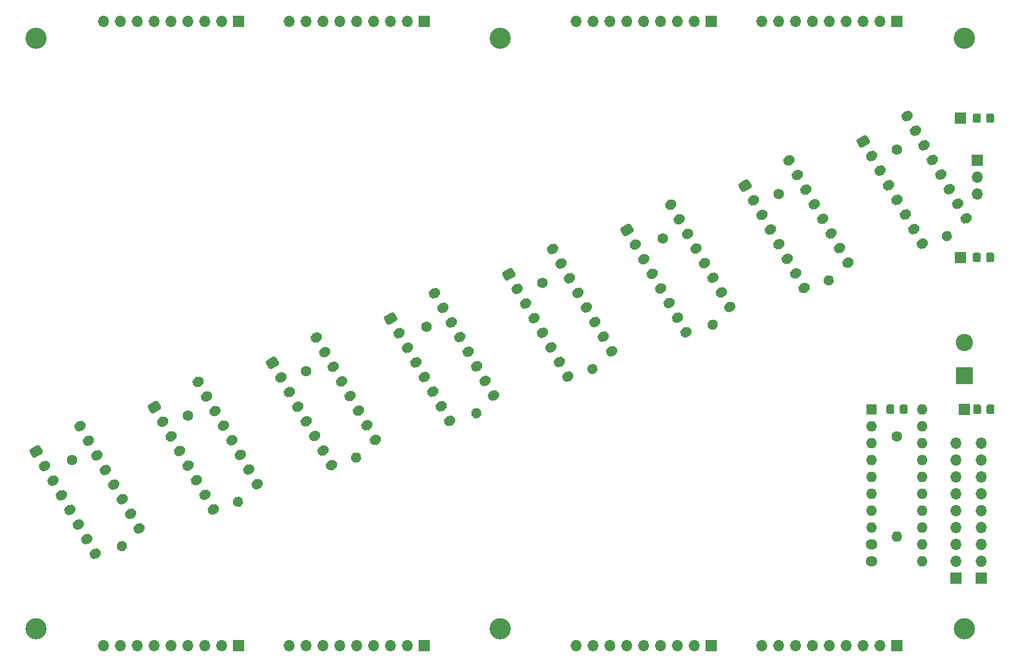
<source format=gbr>
%TF.GenerationSoftware,KiCad,Pcbnew,(5.1.8)-1*%
%TF.CreationDate,2024-01-21T21:17:12+03:00*%
%TF.ProjectId,MUX8x1-v5,4d555838-7831-42d7-9635-2e6b69636164,rev?*%
%TF.SameCoordinates,Original*%
%TF.FileFunction,Soldermask,Bot*%
%TF.FilePolarity,Negative*%
%FSLAX46Y46*%
G04 Gerber Fmt 4.6, Leading zero omitted, Abs format (unit mm)*
G04 Created by KiCad (PCBNEW (5.1.8)-1) date 2024-01-21 21:17:12*
%MOMM*%
%LPD*%
G01*
G04 APERTURE LIST*
%ADD10R,1.700000X1.700000*%
%ADD11O,1.700000X1.700000*%
%ADD12C,3.200000*%
%ADD13O,1.600000X1.600000*%
%ADD14O,1.800000X1.500000*%
%ADD15R,1.600000X1.600000*%
%ADD16C,2.600000*%
%ADD17R,2.600000X2.600000*%
%ADD18C,1.600000*%
G04 APERTURE END LIST*
D10*
%TO.C,J20*%
X172085000Y-68580000D03*
%TD*%
D11*
%TO.C,J11*%
X142240000Y-127000000D03*
X144780000Y-127000000D03*
X147320000Y-127000000D03*
X149860000Y-127000000D03*
X152400000Y-127000000D03*
X154940000Y-127000000D03*
X157480000Y-127000000D03*
X160020000Y-127000000D03*
D10*
X162560000Y-127000000D03*
%TD*%
D12*
%TO.C,H6*%
X172720000Y-124460000D03*
%TD*%
%TO.C,H5*%
X172720000Y-35560000D03*
%TD*%
D13*
%TO.C,U9*%
X166370000Y-91440000D03*
D14*
X158750000Y-114300000D03*
D13*
X166370000Y-93980000D03*
D14*
X158750000Y-111760000D03*
D13*
X166370000Y-96520000D03*
X158750000Y-109220000D03*
X166370000Y-99060000D03*
X158750000Y-106680000D03*
X166370000Y-101600000D03*
X158750000Y-104140000D03*
X166370000Y-104140000D03*
X158750000Y-101600000D03*
X166370000Y-106680000D03*
X158750000Y-99060000D03*
X166370000Y-109220000D03*
X158750000Y-96520000D03*
X166370000Y-111760000D03*
X158750000Y-93980000D03*
X166370000Y-114300000D03*
D15*
X158750000Y-91440000D03*
%TD*%
%TO.C,U8*%
G36*
G01*
X38839691Y-94430000D02*
X38839691Y-94430000D01*
G75*
G02*
X39114210Y-93405481I649519J375000D01*
G01*
X39374018Y-93255481D01*
G75*
G02*
X40398537Y-93530000I375000J-649519D01*
G01*
X40398537Y-93530000D01*
G75*
G02*
X40124018Y-94554519I-649519J-375000D01*
G01*
X39864210Y-94704519D01*
G75*
G02*
X38839691Y-94430000I-375000J649519D01*
G01*
G37*
G36*
G01*
X41130577Y-113637932D02*
X41130577Y-113637932D01*
G75*
G02*
X41405096Y-112613413I649519J375000D01*
G01*
X41664904Y-112463413D01*
G75*
G02*
X42689423Y-112737932I375000J-649519D01*
G01*
X42689423Y-112737932D01*
G75*
G02*
X42414904Y-113762451I-649519J-375000D01*
G01*
X42155096Y-113912451D01*
G75*
G02*
X41130577Y-113637932I-375000J649519D01*
G01*
G37*
G36*
G01*
X40109691Y-96629705D02*
X40109691Y-96629705D01*
G75*
G02*
X40384210Y-95605186I649519J375000D01*
G01*
X40644018Y-95455186D01*
G75*
G02*
X41668537Y-95729705I375000J-649519D01*
G01*
X41668537Y-95729705D01*
G75*
G02*
X41394018Y-96754224I-649519J-375000D01*
G01*
X41134210Y-96904224D01*
G75*
G02*
X40109691Y-96629705I-375000J649519D01*
G01*
G37*
G36*
G01*
X39860577Y-111438227D02*
X39860577Y-111438227D01*
G75*
G02*
X40135096Y-110413708I649519J375000D01*
G01*
X40394904Y-110263708D01*
G75*
G02*
X41419423Y-110538227I375000J-649519D01*
G01*
X41419423Y-110538227D01*
G75*
G02*
X41144904Y-111562746I-649519J-375000D01*
G01*
X40885096Y-111712746D01*
G75*
G02*
X39860577Y-111438227I-375000J649519D01*
G01*
G37*
G36*
G01*
X41379691Y-98829409D02*
X41379691Y-98829409D01*
G75*
G02*
X41654210Y-97804890I649519J375000D01*
G01*
X41914018Y-97654890D01*
G75*
G02*
X42938537Y-97929409I375000J-649519D01*
G01*
X42938537Y-97929409D01*
G75*
G02*
X42664018Y-98953928I-649519J-375000D01*
G01*
X42404210Y-99103928D01*
G75*
G02*
X41379691Y-98829409I-375000J649519D01*
G01*
G37*
G36*
G01*
X38590577Y-109238523D02*
X38590577Y-109238523D01*
G75*
G02*
X38865096Y-108214004I649519J375000D01*
G01*
X39124904Y-108064004D01*
G75*
G02*
X40149423Y-108338523I375000J-649519D01*
G01*
X40149423Y-108338523D01*
G75*
G02*
X39874904Y-109363042I-649519J-375000D01*
G01*
X39615096Y-109513042D01*
G75*
G02*
X38590577Y-109238523I-375000J649519D01*
G01*
G37*
G36*
G01*
X42649691Y-101029114D02*
X42649691Y-101029114D01*
G75*
G02*
X42924210Y-100004595I649519J375000D01*
G01*
X43184018Y-99854595D01*
G75*
G02*
X44208537Y-100129114I375000J-649519D01*
G01*
X44208537Y-100129114D01*
G75*
G02*
X43934018Y-101153633I-649519J-375000D01*
G01*
X43674210Y-101303633D01*
G75*
G02*
X42649691Y-101029114I-375000J649519D01*
G01*
G37*
G36*
G01*
X37320577Y-107038818D02*
X37320577Y-107038818D01*
G75*
G02*
X37595096Y-106014299I649519J375000D01*
G01*
X37854904Y-105864299D01*
G75*
G02*
X38879423Y-106138818I375000J-649519D01*
G01*
X38879423Y-106138818D01*
G75*
G02*
X38604904Y-107163337I-649519J-375000D01*
G01*
X38345096Y-107313337D01*
G75*
G02*
X37320577Y-107038818I-375000J649519D01*
G01*
G37*
G36*
G01*
X43919691Y-103228818D02*
X43919691Y-103228818D01*
G75*
G02*
X44194210Y-102204299I649519J375000D01*
G01*
X44454018Y-102054299D01*
G75*
G02*
X45478537Y-102328818I375000J-649519D01*
G01*
X45478537Y-102328818D01*
G75*
G02*
X45204018Y-103353337I-649519J-375000D01*
G01*
X44944210Y-103503337D01*
G75*
G02*
X43919691Y-103228818I-375000J649519D01*
G01*
G37*
G36*
G01*
X36050577Y-104839114D02*
X36050577Y-104839114D01*
G75*
G02*
X36325096Y-103814595I649519J375000D01*
G01*
X36584904Y-103664595D01*
G75*
G02*
X37609423Y-103939114I375000J-649519D01*
G01*
X37609423Y-103939114D01*
G75*
G02*
X37334904Y-104963633I-649519J-375000D01*
G01*
X37075096Y-105113633D01*
G75*
G02*
X36050577Y-104839114I-375000J649519D01*
G01*
G37*
G36*
G01*
X45189691Y-105428523D02*
X45189691Y-105428523D01*
G75*
G02*
X45464210Y-104404004I649519J375000D01*
G01*
X45724018Y-104254004D01*
G75*
G02*
X46748537Y-104528523I375000J-649519D01*
G01*
X46748537Y-104528523D01*
G75*
G02*
X46474018Y-105553042I-649519J-375000D01*
G01*
X46214210Y-105703042D01*
G75*
G02*
X45189691Y-105428523I-375000J649519D01*
G01*
G37*
G36*
G01*
X34780577Y-102639409D02*
X34780577Y-102639409D01*
G75*
G02*
X35055096Y-101614890I649519J375000D01*
G01*
X35314904Y-101464890D01*
G75*
G02*
X36339423Y-101739409I375000J-649519D01*
G01*
X36339423Y-101739409D01*
G75*
G02*
X36064904Y-102763928I-649519J-375000D01*
G01*
X35805096Y-102913928D01*
G75*
G02*
X34780577Y-102639409I-375000J649519D01*
G01*
G37*
G36*
G01*
X46459691Y-107628227D02*
X46459691Y-107628227D01*
G75*
G02*
X46734210Y-106603708I649519J375000D01*
G01*
X46994018Y-106453708D01*
G75*
G02*
X48018537Y-106728227I375000J-649519D01*
G01*
X48018537Y-106728227D01*
G75*
G02*
X47744018Y-107752746I-649519J-375000D01*
G01*
X47484210Y-107902746D01*
G75*
G02*
X46459691Y-107628227I-375000J649519D01*
G01*
G37*
G36*
G01*
X33510577Y-100439705D02*
X33510577Y-100439705D01*
G75*
G02*
X33785096Y-99415186I649519J375000D01*
G01*
X34044904Y-99265186D01*
G75*
G02*
X35069423Y-99539705I375000J-649519D01*
G01*
X35069423Y-99539705D01*
G75*
G02*
X34794904Y-100564224I-649519J-375000D01*
G01*
X34535096Y-100714224D01*
G75*
G02*
X33510577Y-100439705I-375000J649519D01*
G01*
G37*
G36*
G01*
X47729691Y-109827932D02*
X47729691Y-109827932D01*
G75*
G02*
X48004210Y-108803413I649519J375000D01*
G01*
X48264018Y-108653413D01*
G75*
G02*
X49288537Y-108927932I375000J-649519D01*
G01*
X49288537Y-108927932D01*
G75*
G02*
X49014018Y-109952451I-649519J-375000D01*
G01*
X48754210Y-110102451D01*
G75*
G02*
X47729691Y-109827932I-375000J649519D01*
G01*
G37*
G36*
G01*
X32428077Y-98564760D02*
X32053077Y-97915240D01*
G75*
G02*
X32190337Y-97402980I324760J187500D01*
G01*
X33099663Y-96877980D01*
G75*
G02*
X33611923Y-97015240I187500J-324760D01*
G01*
X33986923Y-97664760D01*
G75*
G02*
X33849663Y-98177020I-324760J-187500D01*
G01*
X32940337Y-98702020D01*
G75*
G02*
X32428077Y-98564760I-187500J324760D01*
G01*
G37*
%TD*%
%TO.C,U7*%
G36*
G01*
X56619691Y-87762500D02*
X56619691Y-87762500D01*
G75*
G02*
X56894210Y-86737981I649519J375000D01*
G01*
X57154018Y-86587981D01*
G75*
G02*
X58178537Y-86862500I375000J-649519D01*
G01*
X58178537Y-86862500D01*
G75*
G02*
X57904018Y-87887019I-649519J-375000D01*
G01*
X57644210Y-88037019D01*
G75*
G02*
X56619691Y-87762500I-375000J649519D01*
G01*
G37*
G36*
G01*
X58910577Y-106970432D02*
X58910577Y-106970432D01*
G75*
G02*
X59185096Y-105945913I649519J375000D01*
G01*
X59444904Y-105795913D01*
G75*
G02*
X60469423Y-106070432I375000J-649519D01*
G01*
X60469423Y-106070432D01*
G75*
G02*
X60194904Y-107094951I-649519J-375000D01*
G01*
X59935096Y-107244951D01*
G75*
G02*
X58910577Y-106970432I-375000J649519D01*
G01*
G37*
G36*
G01*
X57889691Y-89962205D02*
X57889691Y-89962205D01*
G75*
G02*
X58164210Y-88937686I649519J375000D01*
G01*
X58424018Y-88787686D01*
G75*
G02*
X59448537Y-89062205I375000J-649519D01*
G01*
X59448537Y-89062205D01*
G75*
G02*
X59174018Y-90086724I-649519J-375000D01*
G01*
X58914210Y-90236724D01*
G75*
G02*
X57889691Y-89962205I-375000J649519D01*
G01*
G37*
G36*
G01*
X57640577Y-104770727D02*
X57640577Y-104770727D01*
G75*
G02*
X57915096Y-103746208I649519J375000D01*
G01*
X58174904Y-103596208D01*
G75*
G02*
X59199423Y-103870727I375000J-649519D01*
G01*
X59199423Y-103870727D01*
G75*
G02*
X58924904Y-104895246I-649519J-375000D01*
G01*
X58665096Y-105045246D01*
G75*
G02*
X57640577Y-104770727I-375000J649519D01*
G01*
G37*
G36*
G01*
X59159691Y-92161909D02*
X59159691Y-92161909D01*
G75*
G02*
X59434210Y-91137390I649519J375000D01*
G01*
X59694018Y-90987390D01*
G75*
G02*
X60718537Y-91261909I375000J-649519D01*
G01*
X60718537Y-91261909D01*
G75*
G02*
X60444018Y-92286428I-649519J-375000D01*
G01*
X60184210Y-92436428D01*
G75*
G02*
X59159691Y-92161909I-375000J649519D01*
G01*
G37*
G36*
G01*
X56370577Y-102571023D02*
X56370577Y-102571023D01*
G75*
G02*
X56645096Y-101546504I649519J375000D01*
G01*
X56904904Y-101396504D01*
G75*
G02*
X57929423Y-101671023I375000J-649519D01*
G01*
X57929423Y-101671023D01*
G75*
G02*
X57654904Y-102695542I-649519J-375000D01*
G01*
X57395096Y-102845542D01*
G75*
G02*
X56370577Y-102571023I-375000J649519D01*
G01*
G37*
G36*
G01*
X60429691Y-94361614D02*
X60429691Y-94361614D01*
G75*
G02*
X60704210Y-93337095I649519J375000D01*
G01*
X60964018Y-93187095D01*
G75*
G02*
X61988537Y-93461614I375000J-649519D01*
G01*
X61988537Y-93461614D01*
G75*
G02*
X61714018Y-94486133I-649519J-375000D01*
G01*
X61454210Y-94636133D01*
G75*
G02*
X60429691Y-94361614I-375000J649519D01*
G01*
G37*
G36*
G01*
X55100577Y-100371318D02*
X55100577Y-100371318D01*
G75*
G02*
X55375096Y-99346799I649519J375000D01*
G01*
X55634904Y-99196799D01*
G75*
G02*
X56659423Y-99471318I375000J-649519D01*
G01*
X56659423Y-99471318D01*
G75*
G02*
X56384904Y-100495837I-649519J-375000D01*
G01*
X56125096Y-100645837D01*
G75*
G02*
X55100577Y-100371318I-375000J649519D01*
G01*
G37*
G36*
G01*
X61699691Y-96561318D02*
X61699691Y-96561318D01*
G75*
G02*
X61974210Y-95536799I649519J375000D01*
G01*
X62234018Y-95386799D01*
G75*
G02*
X63258537Y-95661318I375000J-649519D01*
G01*
X63258537Y-95661318D01*
G75*
G02*
X62984018Y-96685837I-649519J-375000D01*
G01*
X62724210Y-96835837D01*
G75*
G02*
X61699691Y-96561318I-375000J649519D01*
G01*
G37*
G36*
G01*
X53830577Y-98171614D02*
X53830577Y-98171614D01*
G75*
G02*
X54105096Y-97147095I649519J375000D01*
G01*
X54364904Y-96997095D01*
G75*
G02*
X55389423Y-97271614I375000J-649519D01*
G01*
X55389423Y-97271614D01*
G75*
G02*
X55114904Y-98296133I-649519J-375000D01*
G01*
X54855096Y-98446133D01*
G75*
G02*
X53830577Y-98171614I-375000J649519D01*
G01*
G37*
G36*
G01*
X62969691Y-98761023D02*
X62969691Y-98761023D01*
G75*
G02*
X63244210Y-97736504I649519J375000D01*
G01*
X63504018Y-97586504D01*
G75*
G02*
X64528537Y-97861023I375000J-649519D01*
G01*
X64528537Y-97861023D01*
G75*
G02*
X64254018Y-98885542I-649519J-375000D01*
G01*
X63994210Y-99035542D01*
G75*
G02*
X62969691Y-98761023I-375000J649519D01*
G01*
G37*
G36*
G01*
X52560577Y-95971909D02*
X52560577Y-95971909D01*
G75*
G02*
X52835096Y-94947390I649519J375000D01*
G01*
X53094904Y-94797390D01*
G75*
G02*
X54119423Y-95071909I375000J-649519D01*
G01*
X54119423Y-95071909D01*
G75*
G02*
X53844904Y-96096428I-649519J-375000D01*
G01*
X53585096Y-96246428D01*
G75*
G02*
X52560577Y-95971909I-375000J649519D01*
G01*
G37*
G36*
G01*
X64239691Y-100960727D02*
X64239691Y-100960727D01*
G75*
G02*
X64514210Y-99936208I649519J375000D01*
G01*
X64774018Y-99786208D01*
G75*
G02*
X65798537Y-100060727I375000J-649519D01*
G01*
X65798537Y-100060727D01*
G75*
G02*
X65524018Y-101085246I-649519J-375000D01*
G01*
X65264210Y-101235246D01*
G75*
G02*
X64239691Y-100960727I-375000J649519D01*
G01*
G37*
G36*
G01*
X51290577Y-93772205D02*
X51290577Y-93772205D01*
G75*
G02*
X51565096Y-92747686I649519J375000D01*
G01*
X51824904Y-92597686D01*
G75*
G02*
X52849423Y-92872205I375000J-649519D01*
G01*
X52849423Y-92872205D01*
G75*
G02*
X52574904Y-93896724I-649519J-375000D01*
G01*
X52315096Y-94046724D01*
G75*
G02*
X51290577Y-93772205I-375000J649519D01*
G01*
G37*
G36*
G01*
X65509691Y-103160432D02*
X65509691Y-103160432D01*
G75*
G02*
X65784210Y-102135913I649519J375000D01*
G01*
X66044018Y-101985913D01*
G75*
G02*
X67068537Y-102260432I375000J-649519D01*
G01*
X67068537Y-102260432D01*
G75*
G02*
X66794018Y-103284951I-649519J-375000D01*
G01*
X66534210Y-103434951D01*
G75*
G02*
X65509691Y-103160432I-375000J649519D01*
G01*
G37*
G36*
G01*
X50208077Y-91897260D02*
X49833077Y-91247740D01*
G75*
G02*
X49970337Y-90735480I324760J187500D01*
G01*
X50879663Y-90210480D01*
G75*
G02*
X51391923Y-90347740I187500J-324760D01*
G01*
X51766923Y-90997260D01*
G75*
G02*
X51629663Y-91509520I-324760J-187500D01*
G01*
X50720337Y-92034520D01*
G75*
G02*
X50208077Y-91897260I-187500J324760D01*
G01*
G37*
%TD*%
%TO.C,U6*%
G36*
G01*
X74399691Y-81095000D02*
X74399691Y-81095000D01*
G75*
G02*
X74674210Y-80070481I649519J375000D01*
G01*
X74934018Y-79920481D01*
G75*
G02*
X75958537Y-80195000I375000J-649519D01*
G01*
X75958537Y-80195000D01*
G75*
G02*
X75684018Y-81219519I-649519J-375000D01*
G01*
X75424210Y-81369519D01*
G75*
G02*
X74399691Y-81095000I-375000J649519D01*
G01*
G37*
G36*
G01*
X76690577Y-100302932D02*
X76690577Y-100302932D01*
G75*
G02*
X76965096Y-99278413I649519J375000D01*
G01*
X77224904Y-99128413D01*
G75*
G02*
X78249423Y-99402932I375000J-649519D01*
G01*
X78249423Y-99402932D01*
G75*
G02*
X77974904Y-100427451I-649519J-375000D01*
G01*
X77715096Y-100577451D01*
G75*
G02*
X76690577Y-100302932I-375000J649519D01*
G01*
G37*
G36*
G01*
X75669691Y-83294705D02*
X75669691Y-83294705D01*
G75*
G02*
X75944210Y-82270186I649519J375000D01*
G01*
X76204018Y-82120186D01*
G75*
G02*
X77228537Y-82394705I375000J-649519D01*
G01*
X77228537Y-82394705D01*
G75*
G02*
X76954018Y-83419224I-649519J-375000D01*
G01*
X76694210Y-83569224D01*
G75*
G02*
X75669691Y-83294705I-375000J649519D01*
G01*
G37*
G36*
G01*
X75420577Y-98103227D02*
X75420577Y-98103227D01*
G75*
G02*
X75695096Y-97078708I649519J375000D01*
G01*
X75954904Y-96928708D01*
G75*
G02*
X76979423Y-97203227I375000J-649519D01*
G01*
X76979423Y-97203227D01*
G75*
G02*
X76704904Y-98227746I-649519J-375000D01*
G01*
X76445096Y-98377746D01*
G75*
G02*
X75420577Y-98103227I-375000J649519D01*
G01*
G37*
G36*
G01*
X76939691Y-85494409D02*
X76939691Y-85494409D01*
G75*
G02*
X77214210Y-84469890I649519J375000D01*
G01*
X77474018Y-84319890D01*
G75*
G02*
X78498537Y-84594409I375000J-649519D01*
G01*
X78498537Y-84594409D01*
G75*
G02*
X78224018Y-85618928I-649519J-375000D01*
G01*
X77964210Y-85768928D01*
G75*
G02*
X76939691Y-85494409I-375000J649519D01*
G01*
G37*
G36*
G01*
X74150577Y-95903523D02*
X74150577Y-95903523D01*
G75*
G02*
X74425096Y-94879004I649519J375000D01*
G01*
X74684904Y-94729004D01*
G75*
G02*
X75709423Y-95003523I375000J-649519D01*
G01*
X75709423Y-95003523D01*
G75*
G02*
X75434904Y-96028042I-649519J-375000D01*
G01*
X75175096Y-96178042D01*
G75*
G02*
X74150577Y-95903523I-375000J649519D01*
G01*
G37*
G36*
G01*
X78209691Y-87694114D02*
X78209691Y-87694114D01*
G75*
G02*
X78484210Y-86669595I649519J375000D01*
G01*
X78744018Y-86519595D01*
G75*
G02*
X79768537Y-86794114I375000J-649519D01*
G01*
X79768537Y-86794114D01*
G75*
G02*
X79494018Y-87818633I-649519J-375000D01*
G01*
X79234210Y-87968633D01*
G75*
G02*
X78209691Y-87694114I-375000J649519D01*
G01*
G37*
G36*
G01*
X72880577Y-93703818D02*
X72880577Y-93703818D01*
G75*
G02*
X73155096Y-92679299I649519J375000D01*
G01*
X73414904Y-92529299D01*
G75*
G02*
X74439423Y-92803818I375000J-649519D01*
G01*
X74439423Y-92803818D01*
G75*
G02*
X74164904Y-93828337I-649519J-375000D01*
G01*
X73905096Y-93978337D01*
G75*
G02*
X72880577Y-93703818I-375000J649519D01*
G01*
G37*
G36*
G01*
X79479691Y-89893818D02*
X79479691Y-89893818D01*
G75*
G02*
X79754210Y-88869299I649519J375000D01*
G01*
X80014018Y-88719299D01*
G75*
G02*
X81038537Y-88993818I375000J-649519D01*
G01*
X81038537Y-88993818D01*
G75*
G02*
X80764018Y-90018337I-649519J-375000D01*
G01*
X80504210Y-90168337D01*
G75*
G02*
X79479691Y-89893818I-375000J649519D01*
G01*
G37*
G36*
G01*
X71610577Y-91504114D02*
X71610577Y-91504114D01*
G75*
G02*
X71885096Y-90479595I649519J375000D01*
G01*
X72144904Y-90329595D01*
G75*
G02*
X73169423Y-90604114I375000J-649519D01*
G01*
X73169423Y-90604114D01*
G75*
G02*
X72894904Y-91628633I-649519J-375000D01*
G01*
X72635096Y-91778633D01*
G75*
G02*
X71610577Y-91504114I-375000J649519D01*
G01*
G37*
G36*
G01*
X80749691Y-92093523D02*
X80749691Y-92093523D01*
G75*
G02*
X81024210Y-91069004I649519J375000D01*
G01*
X81284018Y-90919004D01*
G75*
G02*
X82308537Y-91193523I375000J-649519D01*
G01*
X82308537Y-91193523D01*
G75*
G02*
X82034018Y-92218042I-649519J-375000D01*
G01*
X81774210Y-92368042D01*
G75*
G02*
X80749691Y-92093523I-375000J649519D01*
G01*
G37*
G36*
G01*
X70340577Y-89304409D02*
X70340577Y-89304409D01*
G75*
G02*
X70615096Y-88279890I649519J375000D01*
G01*
X70874904Y-88129890D01*
G75*
G02*
X71899423Y-88404409I375000J-649519D01*
G01*
X71899423Y-88404409D01*
G75*
G02*
X71624904Y-89428928I-649519J-375000D01*
G01*
X71365096Y-89578928D01*
G75*
G02*
X70340577Y-89304409I-375000J649519D01*
G01*
G37*
G36*
G01*
X82019691Y-94293227D02*
X82019691Y-94293227D01*
G75*
G02*
X82294210Y-93268708I649519J375000D01*
G01*
X82554018Y-93118708D01*
G75*
G02*
X83578537Y-93393227I375000J-649519D01*
G01*
X83578537Y-93393227D01*
G75*
G02*
X83304018Y-94417746I-649519J-375000D01*
G01*
X83044210Y-94567746D01*
G75*
G02*
X82019691Y-94293227I-375000J649519D01*
G01*
G37*
G36*
G01*
X69070577Y-87104705D02*
X69070577Y-87104705D01*
G75*
G02*
X69345096Y-86080186I649519J375000D01*
G01*
X69604904Y-85930186D01*
G75*
G02*
X70629423Y-86204705I375000J-649519D01*
G01*
X70629423Y-86204705D01*
G75*
G02*
X70354904Y-87229224I-649519J-375000D01*
G01*
X70095096Y-87379224D01*
G75*
G02*
X69070577Y-87104705I-375000J649519D01*
G01*
G37*
G36*
G01*
X83289691Y-96492932D02*
X83289691Y-96492932D01*
G75*
G02*
X83564210Y-95468413I649519J375000D01*
G01*
X83824018Y-95318413D01*
G75*
G02*
X84848537Y-95592932I375000J-649519D01*
G01*
X84848537Y-95592932D01*
G75*
G02*
X84574018Y-96617451I-649519J-375000D01*
G01*
X84314210Y-96767451D01*
G75*
G02*
X83289691Y-96492932I-375000J649519D01*
G01*
G37*
G36*
G01*
X67988077Y-85229760D02*
X67613077Y-84580240D01*
G75*
G02*
X67750337Y-84067980I324760J187500D01*
G01*
X68659663Y-83542980D01*
G75*
G02*
X69171923Y-83680240I187500J-324760D01*
G01*
X69546923Y-84329760D01*
G75*
G02*
X69409663Y-84842020I-324760J-187500D01*
G01*
X68500337Y-85367020D01*
G75*
G02*
X67988077Y-85229760I-187500J324760D01*
G01*
G37*
%TD*%
%TO.C,U5*%
G36*
G01*
X92179691Y-74427500D02*
X92179691Y-74427500D01*
G75*
G02*
X92454210Y-73402981I649519J375000D01*
G01*
X92714018Y-73252981D01*
G75*
G02*
X93738537Y-73527500I375000J-649519D01*
G01*
X93738537Y-73527500D01*
G75*
G02*
X93464018Y-74552019I-649519J-375000D01*
G01*
X93204210Y-74702019D01*
G75*
G02*
X92179691Y-74427500I-375000J649519D01*
G01*
G37*
G36*
G01*
X94470577Y-93635432D02*
X94470577Y-93635432D01*
G75*
G02*
X94745096Y-92610913I649519J375000D01*
G01*
X95004904Y-92460913D01*
G75*
G02*
X96029423Y-92735432I375000J-649519D01*
G01*
X96029423Y-92735432D01*
G75*
G02*
X95754904Y-93759951I-649519J-375000D01*
G01*
X95495096Y-93909951D01*
G75*
G02*
X94470577Y-93635432I-375000J649519D01*
G01*
G37*
G36*
G01*
X93449691Y-76627205D02*
X93449691Y-76627205D01*
G75*
G02*
X93724210Y-75602686I649519J375000D01*
G01*
X93984018Y-75452686D01*
G75*
G02*
X95008537Y-75727205I375000J-649519D01*
G01*
X95008537Y-75727205D01*
G75*
G02*
X94734018Y-76751724I-649519J-375000D01*
G01*
X94474210Y-76901724D01*
G75*
G02*
X93449691Y-76627205I-375000J649519D01*
G01*
G37*
G36*
G01*
X93200577Y-91435727D02*
X93200577Y-91435727D01*
G75*
G02*
X93475096Y-90411208I649519J375000D01*
G01*
X93734904Y-90261208D01*
G75*
G02*
X94759423Y-90535727I375000J-649519D01*
G01*
X94759423Y-90535727D01*
G75*
G02*
X94484904Y-91560246I-649519J-375000D01*
G01*
X94225096Y-91710246D01*
G75*
G02*
X93200577Y-91435727I-375000J649519D01*
G01*
G37*
G36*
G01*
X94719691Y-78826909D02*
X94719691Y-78826909D01*
G75*
G02*
X94994210Y-77802390I649519J375000D01*
G01*
X95254018Y-77652390D01*
G75*
G02*
X96278537Y-77926909I375000J-649519D01*
G01*
X96278537Y-77926909D01*
G75*
G02*
X96004018Y-78951428I-649519J-375000D01*
G01*
X95744210Y-79101428D01*
G75*
G02*
X94719691Y-78826909I-375000J649519D01*
G01*
G37*
G36*
G01*
X91930577Y-89236023D02*
X91930577Y-89236023D01*
G75*
G02*
X92205096Y-88211504I649519J375000D01*
G01*
X92464904Y-88061504D01*
G75*
G02*
X93489423Y-88336023I375000J-649519D01*
G01*
X93489423Y-88336023D01*
G75*
G02*
X93214904Y-89360542I-649519J-375000D01*
G01*
X92955096Y-89510542D01*
G75*
G02*
X91930577Y-89236023I-375000J649519D01*
G01*
G37*
G36*
G01*
X95989691Y-81026614D02*
X95989691Y-81026614D01*
G75*
G02*
X96264210Y-80002095I649519J375000D01*
G01*
X96524018Y-79852095D01*
G75*
G02*
X97548537Y-80126614I375000J-649519D01*
G01*
X97548537Y-80126614D01*
G75*
G02*
X97274018Y-81151133I-649519J-375000D01*
G01*
X97014210Y-81301133D01*
G75*
G02*
X95989691Y-81026614I-375000J649519D01*
G01*
G37*
G36*
G01*
X90660577Y-87036318D02*
X90660577Y-87036318D01*
G75*
G02*
X90935096Y-86011799I649519J375000D01*
G01*
X91194904Y-85861799D01*
G75*
G02*
X92219423Y-86136318I375000J-649519D01*
G01*
X92219423Y-86136318D01*
G75*
G02*
X91944904Y-87160837I-649519J-375000D01*
G01*
X91685096Y-87310837D01*
G75*
G02*
X90660577Y-87036318I-375000J649519D01*
G01*
G37*
G36*
G01*
X97259691Y-83226318D02*
X97259691Y-83226318D01*
G75*
G02*
X97534210Y-82201799I649519J375000D01*
G01*
X97794018Y-82051799D01*
G75*
G02*
X98818537Y-82326318I375000J-649519D01*
G01*
X98818537Y-82326318D01*
G75*
G02*
X98544018Y-83350837I-649519J-375000D01*
G01*
X98284210Y-83500837D01*
G75*
G02*
X97259691Y-83226318I-375000J649519D01*
G01*
G37*
G36*
G01*
X89390577Y-84836614D02*
X89390577Y-84836614D01*
G75*
G02*
X89665096Y-83812095I649519J375000D01*
G01*
X89924904Y-83662095D01*
G75*
G02*
X90949423Y-83936614I375000J-649519D01*
G01*
X90949423Y-83936614D01*
G75*
G02*
X90674904Y-84961133I-649519J-375000D01*
G01*
X90415096Y-85111133D01*
G75*
G02*
X89390577Y-84836614I-375000J649519D01*
G01*
G37*
G36*
G01*
X98529691Y-85426023D02*
X98529691Y-85426023D01*
G75*
G02*
X98804210Y-84401504I649519J375000D01*
G01*
X99064018Y-84251504D01*
G75*
G02*
X100088537Y-84526023I375000J-649519D01*
G01*
X100088537Y-84526023D01*
G75*
G02*
X99814018Y-85550542I-649519J-375000D01*
G01*
X99554210Y-85700542D01*
G75*
G02*
X98529691Y-85426023I-375000J649519D01*
G01*
G37*
G36*
G01*
X88120577Y-82636909D02*
X88120577Y-82636909D01*
G75*
G02*
X88395096Y-81612390I649519J375000D01*
G01*
X88654904Y-81462390D01*
G75*
G02*
X89679423Y-81736909I375000J-649519D01*
G01*
X89679423Y-81736909D01*
G75*
G02*
X89404904Y-82761428I-649519J-375000D01*
G01*
X89145096Y-82911428D01*
G75*
G02*
X88120577Y-82636909I-375000J649519D01*
G01*
G37*
G36*
G01*
X99799691Y-87625727D02*
X99799691Y-87625727D01*
G75*
G02*
X100074210Y-86601208I649519J375000D01*
G01*
X100334018Y-86451208D01*
G75*
G02*
X101358537Y-86725727I375000J-649519D01*
G01*
X101358537Y-86725727D01*
G75*
G02*
X101084018Y-87750246I-649519J-375000D01*
G01*
X100824210Y-87900246D01*
G75*
G02*
X99799691Y-87625727I-375000J649519D01*
G01*
G37*
G36*
G01*
X86850577Y-80437205D02*
X86850577Y-80437205D01*
G75*
G02*
X87125096Y-79412686I649519J375000D01*
G01*
X87384904Y-79262686D01*
G75*
G02*
X88409423Y-79537205I375000J-649519D01*
G01*
X88409423Y-79537205D01*
G75*
G02*
X88134904Y-80561724I-649519J-375000D01*
G01*
X87875096Y-80711724D01*
G75*
G02*
X86850577Y-80437205I-375000J649519D01*
G01*
G37*
G36*
G01*
X101069691Y-89825432D02*
X101069691Y-89825432D01*
G75*
G02*
X101344210Y-88800913I649519J375000D01*
G01*
X101604018Y-88650913D01*
G75*
G02*
X102628537Y-88925432I375000J-649519D01*
G01*
X102628537Y-88925432D01*
G75*
G02*
X102354018Y-89949951I-649519J-375000D01*
G01*
X102094210Y-90099951D01*
G75*
G02*
X101069691Y-89825432I-375000J649519D01*
G01*
G37*
G36*
G01*
X85768077Y-78562260D02*
X85393077Y-77912740D01*
G75*
G02*
X85530337Y-77400480I324760J187500D01*
G01*
X86439663Y-76875480D01*
G75*
G02*
X86951923Y-77012740I187500J-324760D01*
G01*
X87326923Y-77662260D01*
G75*
G02*
X87189663Y-78174520I-324760J-187500D01*
G01*
X86280337Y-78699520D01*
G75*
G02*
X85768077Y-78562260I-187500J324760D01*
G01*
G37*
%TD*%
%TO.C,U4*%
G36*
G01*
X109959691Y-67760000D02*
X109959691Y-67760000D01*
G75*
G02*
X110234210Y-66735481I649519J375000D01*
G01*
X110494018Y-66585481D01*
G75*
G02*
X111518537Y-66860000I375000J-649519D01*
G01*
X111518537Y-66860000D01*
G75*
G02*
X111244018Y-67884519I-649519J-375000D01*
G01*
X110984210Y-68034519D01*
G75*
G02*
X109959691Y-67760000I-375000J649519D01*
G01*
G37*
G36*
G01*
X112250577Y-86967932D02*
X112250577Y-86967932D01*
G75*
G02*
X112525096Y-85943413I649519J375000D01*
G01*
X112784904Y-85793413D01*
G75*
G02*
X113809423Y-86067932I375000J-649519D01*
G01*
X113809423Y-86067932D01*
G75*
G02*
X113534904Y-87092451I-649519J-375000D01*
G01*
X113275096Y-87242451D01*
G75*
G02*
X112250577Y-86967932I-375000J649519D01*
G01*
G37*
G36*
G01*
X111229691Y-69959705D02*
X111229691Y-69959705D01*
G75*
G02*
X111504210Y-68935186I649519J375000D01*
G01*
X111764018Y-68785186D01*
G75*
G02*
X112788537Y-69059705I375000J-649519D01*
G01*
X112788537Y-69059705D01*
G75*
G02*
X112514018Y-70084224I-649519J-375000D01*
G01*
X112254210Y-70234224D01*
G75*
G02*
X111229691Y-69959705I-375000J649519D01*
G01*
G37*
G36*
G01*
X110980577Y-84768227D02*
X110980577Y-84768227D01*
G75*
G02*
X111255096Y-83743708I649519J375000D01*
G01*
X111514904Y-83593708D01*
G75*
G02*
X112539423Y-83868227I375000J-649519D01*
G01*
X112539423Y-83868227D01*
G75*
G02*
X112264904Y-84892746I-649519J-375000D01*
G01*
X112005096Y-85042746D01*
G75*
G02*
X110980577Y-84768227I-375000J649519D01*
G01*
G37*
G36*
G01*
X112499691Y-72159409D02*
X112499691Y-72159409D01*
G75*
G02*
X112774210Y-71134890I649519J375000D01*
G01*
X113034018Y-70984890D01*
G75*
G02*
X114058537Y-71259409I375000J-649519D01*
G01*
X114058537Y-71259409D01*
G75*
G02*
X113784018Y-72283928I-649519J-375000D01*
G01*
X113524210Y-72433928D01*
G75*
G02*
X112499691Y-72159409I-375000J649519D01*
G01*
G37*
G36*
G01*
X109710577Y-82568523D02*
X109710577Y-82568523D01*
G75*
G02*
X109985096Y-81544004I649519J375000D01*
G01*
X110244904Y-81394004D01*
G75*
G02*
X111269423Y-81668523I375000J-649519D01*
G01*
X111269423Y-81668523D01*
G75*
G02*
X110994904Y-82693042I-649519J-375000D01*
G01*
X110735096Y-82843042D01*
G75*
G02*
X109710577Y-82568523I-375000J649519D01*
G01*
G37*
G36*
G01*
X113769691Y-74359114D02*
X113769691Y-74359114D01*
G75*
G02*
X114044210Y-73334595I649519J375000D01*
G01*
X114304018Y-73184595D01*
G75*
G02*
X115328537Y-73459114I375000J-649519D01*
G01*
X115328537Y-73459114D01*
G75*
G02*
X115054018Y-74483633I-649519J-375000D01*
G01*
X114794210Y-74633633D01*
G75*
G02*
X113769691Y-74359114I-375000J649519D01*
G01*
G37*
G36*
G01*
X108440577Y-80368818D02*
X108440577Y-80368818D01*
G75*
G02*
X108715096Y-79344299I649519J375000D01*
G01*
X108974904Y-79194299D01*
G75*
G02*
X109999423Y-79468818I375000J-649519D01*
G01*
X109999423Y-79468818D01*
G75*
G02*
X109724904Y-80493337I-649519J-375000D01*
G01*
X109465096Y-80643337D01*
G75*
G02*
X108440577Y-80368818I-375000J649519D01*
G01*
G37*
G36*
G01*
X115039691Y-76558818D02*
X115039691Y-76558818D01*
G75*
G02*
X115314210Y-75534299I649519J375000D01*
G01*
X115574018Y-75384299D01*
G75*
G02*
X116598537Y-75658818I375000J-649519D01*
G01*
X116598537Y-75658818D01*
G75*
G02*
X116324018Y-76683337I-649519J-375000D01*
G01*
X116064210Y-76833337D01*
G75*
G02*
X115039691Y-76558818I-375000J649519D01*
G01*
G37*
G36*
G01*
X107170577Y-78169114D02*
X107170577Y-78169114D01*
G75*
G02*
X107445096Y-77144595I649519J375000D01*
G01*
X107704904Y-76994595D01*
G75*
G02*
X108729423Y-77269114I375000J-649519D01*
G01*
X108729423Y-77269114D01*
G75*
G02*
X108454904Y-78293633I-649519J-375000D01*
G01*
X108195096Y-78443633D01*
G75*
G02*
X107170577Y-78169114I-375000J649519D01*
G01*
G37*
G36*
G01*
X116309691Y-78758523D02*
X116309691Y-78758523D01*
G75*
G02*
X116584210Y-77734004I649519J375000D01*
G01*
X116844018Y-77584004D01*
G75*
G02*
X117868537Y-77858523I375000J-649519D01*
G01*
X117868537Y-77858523D01*
G75*
G02*
X117594018Y-78883042I-649519J-375000D01*
G01*
X117334210Y-79033042D01*
G75*
G02*
X116309691Y-78758523I-375000J649519D01*
G01*
G37*
G36*
G01*
X105900577Y-75969409D02*
X105900577Y-75969409D01*
G75*
G02*
X106175096Y-74944890I649519J375000D01*
G01*
X106434904Y-74794890D01*
G75*
G02*
X107459423Y-75069409I375000J-649519D01*
G01*
X107459423Y-75069409D01*
G75*
G02*
X107184904Y-76093928I-649519J-375000D01*
G01*
X106925096Y-76243928D01*
G75*
G02*
X105900577Y-75969409I-375000J649519D01*
G01*
G37*
G36*
G01*
X117579691Y-80958227D02*
X117579691Y-80958227D01*
G75*
G02*
X117854210Y-79933708I649519J375000D01*
G01*
X118114018Y-79783708D01*
G75*
G02*
X119138537Y-80058227I375000J-649519D01*
G01*
X119138537Y-80058227D01*
G75*
G02*
X118864018Y-81082746I-649519J-375000D01*
G01*
X118604210Y-81232746D01*
G75*
G02*
X117579691Y-80958227I-375000J649519D01*
G01*
G37*
G36*
G01*
X104630577Y-73769705D02*
X104630577Y-73769705D01*
G75*
G02*
X104905096Y-72745186I649519J375000D01*
G01*
X105164904Y-72595186D01*
G75*
G02*
X106189423Y-72869705I375000J-649519D01*
G01*
X106189423Y-72869705D01*
G75*
G02*
X105914904Y-73894224I-649519J-375000D01*
G01*
X105655096Y-74044224D01*
G75*
G02*
X104630577Y-73769705I-375000J649519D01*
G01*
G37*
G36*
G01*
X118849691Y-83157932D02*
X118849691Y-83157932D01*
G75*
G02*
X119124210Y-82133413I649519J375000D01*
G01*
X119384018Y-81983413D01*
G75*
G02*
X120408537Y-82257932I375000J-649519D01*
G01*
X120408537Y-82257932D01*
G75*
G02*
X120134018Y-83282451I-649519J-375000D01*
G01*
X119874210Y-83432451D01*
G75*
G02*
X118849691Y-83157932I-375000J649519D01*
G01*
G37*
G36*
G01*
X103548077Y-71894760D02*
X103173077Y-71245240D01*
G75*
G02*
X103310337Y-70732980I324760J187500D01*
G01*
X104219663Y-70207980D01*
G75*
G02*
X104731923Y-70345240I187500J-324760D01*
G01*
X105106923Y-70994760D01*
G75*
G02*
X104969663Y-71507020I-324760J-187500D01*
G01*
X104060337Y-72032020D01*
G75*
G02*
X103548077Y-71894760I-187500J324760D01*
G01*
G37*
%TD*%
%TO.C,U3*%
G36*
G01*
X127739691Y-61092500D02*
X127739691Y-61092500D01*
G75*
G02*
X128014210Y-60067981I649519J375000D01*
G01*
X128274018Y-59917981D01*
G75*
G02*
X129298537Y-60192500I375000J-649519D01*
G01*
X129298537Y-60192500D01*
G75*
G02*
X129024018Y-61217019I-649519J-375000D01*
G01*
X128764210Y-61367019D01*
G75*
G02*
X127739691Y-61092500I-375000J649519D01*
G01*
G37*
G36*
G01*
X130030577Y-80300432D02*
X130030577Y-80300432D01*
G75*
G02*
X130305096Y-79275913I649519J375000D01*
G01*
X130564904Y-79125913D01*
G75*
G02*
X131589423Y-79400432I375000J-649519D01*
G01*
X131589423Y-79400432D01*
G75*
G02*
X131314904Y-80424951I-649519J-375000D01*
G01*
X131055096Y-80574951D01*
G75*
G02*
X130030577Y-80300432I-375000J649519D01*
G01*
G37*
G36*
G01*
X129009691Y-63292205D02*
X129009691Y-63292205D01*
G75*
G02*
X129284210Y-62267686I649519J375000D01*
G01*
X129544018Y-62117686D01*
G75*
G02*
X130568537Y-62392205I375000J-649519D01*
G01*
X130568537Y-62392205D01*
G75*
G02*
X130294018Y-63416724I-649519J-375000D01*
G01*
X130034210Y-63566724D01*
G75*
G02*
X129009691Y-63292205I-375000J649519D01*
G01*
G37*
G36*
G01*
X128760577Y-78100727D02*
X128760577Y-78100727D01*
G75*
G02*
X129035096Y-77076208I649519J375000D01*
G01*
X129294904Y-76926208D01*
G75*
G02*
X130319423Y-77200727I375000J-649519D01*
G01*
X130319423Y-77200727D01*
G75*
G02*
X130044904Y-78225246I-649519J-375000D01*
G01*
X129785096Y-78375246D01*
G75*
G02*
X128760577Y-78100727I-375000J649519D01*
G01*
G37*
G36*
G01*
X130279691Y-65491909D02*
X130279691Y-65491909D01*
G75*
G02*
X130554210Y-64467390I649519J375000D01*
G01*
X130814018Y-64317390D01*
G75*
G02*
X131838537Y-64591909I375000J-649519D01*
G01*
X131838537Y-64591909D01*
G75*
G02*
X131564018Y-65616428I-649519J-375000D01*
G01*
X131304210Y-65766428D01*
G75*
G02*
X130279691Y-65491909I-375000J649519D01*
G01*
G37*
G36*
G01*
X127490577Y-75901023D02*
X127490577Y-75901023D01*
G75*
G02*
X127765096Y-74876504I649519J375000D01*
G01*
X128024904Y-74726504D01*
G75*
G02*
X129049423Y-75001023I375000J-649519D01*
G01*
X129049423Y-75001023D01*
G75*
G02*
X128774904Y-76025542I-649519J-375000D01*
G01*
X128515096Y-76175542D01*
G75*
G02*
X127490577Y-75901023I-375000J649519D01*
G01*
G37*
G36*
G01*
X131549691Y-67691614D02*
X131549691Y-67691614D01*
G75*
G02*
X131824210Y-66667095I649519J375000D01*
G01*
X132084018Y-66517095D01*
G75*
G02*
X133108537Y-66791614I375000J-649519D01*
G01*
X133108537Y-66791614D01*
G75*
G02*
X132834018Y-67816133I-649519J-375000D01*
G01*
X132574210Y-67966133D01*
G75*
G02*
X131549691Y-67691614I-375000J649519D01*
G01*
G37*
G36*
G01*
X126220577Y-73701318D02*
X126220577Y-73701318D01*
G75*
G02*
X126495096Y-72676799I649519J375000D01*
G01*
X126754904Y-72526799D01*
G75*
G02*
X127779423Y-72801318I375000J-649519D01*
G01*
X127779423Y-72801318D01*
G75*
G02*
X127504904Y-73825837I-649519J-375000D01*
G01*
X127245096Y-73975837D01*
G75*
G02*
X126220577Y-73701318I-375000J649519D01*
G01*
G37*
G36*
G01*
X132819691Y-69891318D02*
X132819691Y-69891318D01*
G75*
G02*
X133094210Y-68866799I649519J375000D01*
G01*
X133354018Y-68716799D01*
G75*
G02*
X134378537Y-68991318I375000J-649519D01*
G01*
X134378537Y-68991318D01*
G75*
G02*
X134104018Y-70015837I-649519J-375000D01*
G01*
X133844210Y-70165837D01*
G75*
G02*
X132819691Y-69891318I-375000J649519D01*
G01*
G37*
G36*
G01*
X124950577Y-71501614D02*
X124950577Y-71501614D01*
G75*
G02*
X125225096Y-70477095I649519J375000D01*
G01*
X125484904Y-70327095D01*
G75*
G02*
X126509423Y-70601614I375000J-649519D01*
G01*
X126509423Y-70601614D01*
G75*
G02*
X126234904Y-71626133I-649519J-375000D01*
G01*
X125975096Y-71776133D01*
G75*
G02*
X124950577Y-71501614I-375000J649519D01*
G01*
G37*
G36*
G01*
X134089691Y-72091023D02*
X134089691Y-72091023D01*
G75*
G02*
X134364210Y-71066504I649519J375000D01*
G01*
X134624018Y-70916504D01*
G75*
G02*
X135648537Y-71191023I375000J-649519D01*
G01*
X135648537Y-71191023D01*
G75*
G02*
X135374018Y-72215542I-649519J-375000D01*
G01*
X135114210Y-72365542D01*
G75*
G02*
X134089691Y-72091023I-375000J649519D01*
G01*
G37*
G36*
G01*
X123680577Y-69301909D02*
X123680577Y-69301909D01*
G75*
G02*
X123955096Y-68277390I649519J375000D01*
G01*
X124214904Y-68127390D01*
G75*
G02*
X125239423Y-68401909I375000J-649519D01*
G01*
X125239423Y-68401909D01*
G75*
G02*
X124964904Y-69426428I-649519J-375000D01*
G01*
X124705096Y-69576428D01*
G75*
G02*
X123680577Y-69301909I-375000J649519D01*
G01*
G37*
G36*
G01*
X135359691Y-74290727D02*
X135359691Y-74290727D01*
G75*
G02*
X135634210Y-73266208I649519J375000D01*
G01*
X135894018Y-73116208D01*
G75*
G02*
X136918537Y-73390727I375000J-649519D01*
G01*
X136918537Y-73390727D01*
G75*
G02*
X136644018Y-74415246I-649519J-375000D01*
G01*
X136384210Y-74565246D01*
G75*
G02*
X135359691Y-74290727I-375000J649519D01*
G01*
G37*
G36*
G01*
X122410577Y-67102205D02*
X122410577Y-67102205D01*
G75*
G02*
X122685096Y-66077686I649519J375000D01*
G01*
X122944904Y-65927686D01*
G75*
G02*
X123969423Y-66202205I375000J-649519D01*
G01*
X123969423Y-66202205D01*
G75*
G02*
X123694904Y-67226724I-649519J-375000D01*
G01*
X123435096Y-67376724D01*
G75*
G02*
X122410577Y-67102205I-375000J649519D01*
G01*
G37*
G36*
G01*
X136629691Y-76490432D02*
X136629691Y-76490432D01*
G75*
G02*
X136904210Y-75465913I649519J375000D01*
G01*
X137164018Y-75315913D01*
G75*
G02*
X138188537Y-75590432I375000J-649519D01*
G01*
X138188537Y-75590432D01*
G75*
G02*
X137914018Y-76614951I-649519J-375000D01*
G01*
X137654210Y-76764951D01*
G75*
G02*
X136629691Y-76490432I-375000J649519D01*
G01*
G37*
G36*
G01*
X121328077Y-65227260D02*
X120953077Y-64577740D01*
G75*
G02*
X121090337Y-64065480I324760J187500D01*
G01*
X121999663Y-63540480D01*
G75*
G02*
X122511923Y-63677740I187500J-324760D01*
G01*
X122886923Y-64327260D01*
G75*
G02*
X122749663Y-64839520I-324760J-187500D01*
G01*
X121840337Y-65364520D01*
G75*
G02*
X121328077Y-65227260I-187500J324760D01*
G01*
G37*
%TD*%
%TO.C,U2*%
G36*
G01*
X145519691Y-54425000D02*
X145519691Y-54425000D01*
G75*
G02*
X145794210Y-53400481I649519J375000D01*
G01*
X146054018Y-53250481D01*
G75*
G02*
X147078537Y-53525000I375000J-649519D01*
G01*
X147078537Y-53525000D01*
G75*
G02*
X146804018Y-54549519I-649519J-375000D01*
G01*
X146544210Y-54699519D01*
G75*
G02*
X145519691Y-54425000I-375000J649519D01*
G01*
G37*
G36*
G01*
X147810577Y-73632932D02*
X147810577Y-73632932D01*
G75*
G02*
X148085096Y-72608413I649519J375000D01*
G01*
X148344904Y-72458413D01*
G75*
G02*
X149369423Y-72732932I375000J-649519D01*
G01*
X149369423Y-72732932D01*
G75*
G02*
X149094904Y-73757451I-649519J-375000D01*
G01*
X148835096Y-73907451D01*
G75*
G02*
X147810577Y-73632932I-375000J649519D01*
G01*
G37*
G36*
G01*
X146789691Y-56624705D02*
X146789691Y-56624705D01*
G75*
G02*
X147064210Y-55600186I649519J375000D01*
G01*
X147324018Y-55450186D01*
G75*
G02*
X148348537Y-55724705I375000J-649519D01*
G01*
X148348537Y-55724705D01*
G75*
G02*
X148074018Y-56749224I-649519J-375000D01*
G01*
X147814210Y-56899224D01*
G75*
G02*
X146789691Y-56624705I-375000J649519D01*
G01*
G37*
G36*
G01*
X146540577Y-71433227D02*
X146540577Y-71433227D01*
G75*
G02*
X146815096Y-70408708I649519J375000D01*
G01*
X147074904Y-70258708D01*
G75*
G02*
X148099423Y-70533227I375000J-649519D01*
G01*
X148099423Y-70533227D01*
G75*
G02*
X147824904Y-71557746I-649519J-375000D01*
G01*
X147565096Y-71707746D01*
G75*
G02*
X146540577Y-71433227I-375000J649519D01*
G01*
G37*
G36*
G01*
X148059691Y-58824409D02*
X148059691Y-58824409D01*
G75*
G02*
X148334210Y-57799890I649519J375000D01*
G01*
X148594018Y-57649890D01*
G75*
G02*
X149618537Y-57924409I375000J-649519D01*
G01*
X149618537Y-57924409D01*
G75*
G02*
X149344018Y-58948928I-649519J-375000D01*
G01*
X149084210Y-59098928D01*
G75*
G02*
X148059691Y-58824409I-375000J649519D01*
G01*
G37*
G36*
G01*
X145270577Y-69233523D02*
X145270577Y-69233523D01*
G75*
G02*
X145545096Y-68209004I649519J375000D01*
G01*
X145804904Y-68059004D01*
G75*
G02*
X146829423Y-68333523I375000J-649519D01*
G01*
X146829423Y-68333523D01*
G75*
G02*
X146554904Y-69358042I-649519J-375000D01*
G01*
X146295096Y-69508042D01*
G75*
G02*
X145270577Y-69233523I-375000J649519D01*
G01*
G37*
G36*
G01*
X149329691Y-61024114D02*
X149329691Y-61024114D01*
G75*
G02*
X149604210Y-59999595I649519J375000D01*
G01*
X149864018Y-59849595D01*
G75*
G02*
X150888537Y-60124114I375000J-649519D01*
G01*
X150888537Y-60124114D01*
G75*
G02*
X150614018Y-61148633I-649519J-375000D01*
G01*
X150354210Y-61298633D01*
G75*
G02*
X149329691Y-61024114I-375000J649519D01*
G01*
G37*
G36*
G01*
X144000577Y-67033818D02*
X144000577Y-67033818D01*
G75*
G02*
X144275096Y-66009299I649519J375000D01*
G01*
X144534904Y-65859299D01*
G75*
G02*
X145559423Y-66133818I375000J-649519D01*
G01*
X145559423Y-66133818D01*
G75*
G02*
X145284904Y-67158337I-649519J-375000D01*
G01*
X145025096Y-67308337D01*
G75*
G02*
X144000577Y-67033818I-375000J649519D01*
G01*
G37*
G36*
G01*
X150599691Y-63223818D02*
X150599691Y-63223818D01*
G75*
G02*
X150874210Y-62199299I649519J375000D01*
G01*
X151134018Y-62049299D01*
G75*
G02*
X152158537Y-62323818I375000J-649519D01*
G01*
X152158537Y-62323818D01*
G75*
G02*
X151884018Y-63348337I-649519J-375000D01*
G01*
X151624210Y-63498337D01*
G75*
G02*
X150599691Y-63223818I-375000J649519D01*
G01*
G37*
G36*
G01*
X142730577Y-64834114D02*
X142730577Y-64834114D01*
G75*
G02*
X143005096Y-63809595I649519J375000D01*
G01*
X143264904Y-63659595D01*
G75*
G02*
X144289423Y-63934114I375000J-649519D01*
G01*
X144289423Y-63934114D01*
G75*
G02*
X144014904Y-64958633I-649519J-375000D01*
G01*
X143755096Y-65108633D01*
G75*
G02*
X142730577Y-64834114I-375000J649519D01*
G01*
G37*
G36*
G01*
X151869691Y-65423523D02*
X151869691Y-65423523D01*
G75*
G02*
X152144210Y-64399004I649519J375000D01*
G01*
X152404018Y-64249004D01*
G75*
G02*
X153428537Y-64523523I375000J-649519D01*
G01*
X153428537Y-64523523D01*
G75*
G02*
X153154018Y-65548042I-649519J-375000D01*
G01*
X152894210Y-65698042D01*
G75*
G02*
X151869691Y-65423523I-375000J649519D01*
G01*
G37*
G36*
G01*
X141460577Y-62634409D02*
X141460577Y-62634409D01*
G75*
G02*
X141735096Y-61609890I649519J375000D01*
G01*
X141994904Y-61459890D01*
G75*
G02*
X143019423Y-61734409I375000J-649519D01*
G01*
X143019423Y-61734409D01*
G75*
G02*
X142744904Y-62758928I-649519J-375000D01*
G01*
X142485096Y-62908928D01*
G75*
G02*
X141460577Y-62634409I-375000J649519D01*
G01*
G37*
G36*
G01*
X153139691Y-67623227D02*
X153139691Y-67623227D01*
G75*
G02*
X153414210Y-66598708I649519J375000D01*
G01*
X153674018Y-66448708D01*
G75*
G02*
X154698537Y-66723227I375000J-649519D01*
G01*
X154698537Y-66723227D01*
G75*
G02*
X154424018Y-67747746I-649519J-375000D01*
G01*
X154164210Y-67897746D01*
G75*
G02*
X153139691Y-67623227I-375000J649519D01*
G01*
G37*
G36*
G01*
X140190577Y-60434705D02*
X140190577Y-60434705D01*
G75*
G02*
X140465096Y-59410186I649519J375000D01*
G01*
X140724904Y-59260186D01*
G75*
G02*
X141749423Y-59534705I375000J-649519D01*
G01*
X141749423Y-59534705D01*
G75*
G02*
X141474904Y-60559224I-649519J-375000D01*
G01*
X141215096Y-60709224D01*
G75*
G02*
X140190577Y-60434705I-375000J649519D01*
G01*
G37*
G36*
G01*
X154409691Y-69822932D02*
X154409691Y-69822932D01*
G75*
G02*
X154684210Y-68798413I649519J375000D01*
G01*
X154944018Y-68648413D01*
G75*
G02*
X155968537Y-68922932I375000J-649519D01*
G01*
X155968537Y-68922932D01*
G75*
G02*
X155694018Y-69947451I-649519J-375000D01*
G01*
X155434210Y-70097451D01*
G75*
G02*
X154409691Y-69822932I-375000J649519D01*
G01*
G37*
G36*
G01*
X139108077Y-58559760D02*
X138733077Y-57910240D01*
G75*
G02*
X138870337Y-57397980I324760J187500D01*
G01*
X139779663Y-56872980D01*
G75*
G02*
X140291923Y-57010240I187500J-324760D01*
G01*
X140666923Y-57659760D01*
G75*
G02*
X140529663Y-58172020I-324760J-187500D01*
G01*
X139620337Y-58697020D01*
G75*
G02*
X139108077Y-58559760I-187500J324760D01*
G01*
G37*
%TD*%
%TO.C,U1*%
G36*
G01*
X163299691Y-47757500D02*
X163299691Y-47757500D01*
G75*
G02*
X163574210Y-46732981I649519J375000D01*
G01*
X163834018Y-46582981D01*
G75*
G02*
X164858537Y-46857500I375000J-649519D01*
G01*
X164858537Y-46857500D01*
G75*
G02*
X164584018Y-47882019I-649519J-375000D01*
G01*
X164324210Y-48032019D01*
G75*
G02*
X163299691Y-47757500I-375000J649519D01*
G01*
G37*
G36*
G01*
X165590577Y-66965432D02*
X165590577Y-66965432D01*
G75*
G02*
X165865096Y-65940913I649519J375000D01*
G01*
X166124904Y-65790913D01*
G75*
G02*
X167149423Y-66065432I375000J-649519D01*
G01*
X167149423Y-66065432D01*
G75*
G02*
X166874904Y-67089951I-649519J-375000D01*
G01*
X166615096Y-67239951D01*
G75*
G02*
X165590577Y-66965432I-375000J649519D01*
G01*
G37*
G36*
G01*
X164569691Y-49957205D02*
X164569691Y-49957205D01*
G75*
G02*
X164844210Y-48932686I649519J375000D01*
G01*
X165104018Y-48782686D01*
G75*
G02*
X166128537Y-49057205I375000J-649519D01*
G01*
X166128537Y-49057205D01*
G75*
G02*
X165854018Y-50081724I-649519J-375000D01*
G01*
X165594210Y-50231724D01*
G75*
G02*
X164569691Y-49957205I-375000J649519D01*
G01*
G37*
G36*
G01*
X164320577Y-64765727D02*
X164320577Y-64765727D01*
G75*
G02*
X164595096Y-63741208I649519J375000D01*
G01*
X164854904Y-63591208D01*
G75*
G02*
X165879423Y-63865727I375000J-649519D01*
G01*
X165879423Y-63865727D01*
G75*
G02*
X165604904Y-64890246I-649519J-375000D01*
G01*
X165345096Y-65040246D01*
G75*
G02*
X164320577Y-64765727I-375000J649519D01*
G01*
G37*
G36*
G01*
X165839691Y-52156909D02*
X165839691Y-52156909D01*
G75*
G02*
X166114210Y-51132390I649519J375000D01*
G01*
X166374018Y-50982390D01*
G75*
G02*
X167398537Y-51256909I375000J-649519D01*
G01*
X167398537Y-51256909D01*
G75*
G02*
X167124018Y-52281428I-649519J-375000D01*
G01*
X166864210Y-52431428D01*
G75*
G02*
X165839691Y-52156909I-375000J649519D01*
G01*
G37*
G36*
G01*
X163050577Y-62566023D02*
X163050577Y-62566023D01*
G75*
G02*
X163325096Y-61541504I649519J375000D01*
G01*
X163584904Y-61391504D01*
G75*
G02*
X164609423Y-61666023I375000J-649519D01*
G01*
X164609423Y-61666023D01*
G75*
G02*
X164334904Y-62690542I-649519J-375000D01*
G01*
X164075096Y-62840542D01*
G75*
G02*
X163050577Y-62566023I-375000J649519D01*
G01*
G37*
G36*
G01*
X167109691Y-54356614D02*
X167109691Y-54356614D01*
G75*
G02*
X167384210Y-53332095I649519J375000D01*
G01*
X167644018Y-53182095D01*
G75*
G02*
X168668537Y-53456614I375000J-649519D01*
G01*
X168668537Y-53456614D01*
G75*
G02*
X168394018Y-54481133I-649519J-375000D01*
G01*
X168134210Y-54631133D01*
G75*
G02*
X167109691Y-54356614I-375000J649519D01*
G01*
G37*
G36*
G01*
X161780577Y-60366318D02*
X161780577Y-60366318D01*
G75*
G02*
X162055096Y-59341799I649519J375000D01*
G01*
X162314904Y-59191799D01*
G75*
G02*
X163339423Y-59466318I375000J-649519D01*
G01*
X163339423Y-59466318D01*
G75*
G02*
X163064904Y-60490837I-649519J-375000D01*
G01*
X162805096Y-60640837D01*
G75*
G02*
X161780577Y-60366318I-375000J649519D01*
G01*
G37*
G36*
G01*
X168379691Y-56556318D02*
X168379691Y-56556318D01*
G75*
G02*
X168654210Y-55531799I649519J375000D01*
G01*
X168914018Y-55381799D01*
G75*
G02*
X169938537Y-55656318I375000J-649519D01*
G01*
X169938537Y-55656318D01*
G75*
G02*
X169664018Y-56680837I-649519J-375000D01*
G01*
X169404210Y-56830837D01*
G75*
G02*
X168379691Y-56556318I-375000J649519D01*
G01*
G37*
G36*
G01*
X160510577Y-58166614D02*
X160510577Y-58166614D01*
G75*
G02*
X160785096Y-57142095I649519J375000D01*
G01*
X161044904Y-56992095D01*
G75*
G02*
X162069423Y-57266614I375000J-649519D01*
G01*
X162069423Y-57266614D01*
G75*
G02*
X161794904Y-58291133I-649519J-375000D01*
G01*
X161535096Y-58441133D01*
G75*
G02*
X160510577Y-58166614I-375000J649519D01*
G01*
G37*
G36*
G01*
X169649691Y-58756023D02*
X169649691Y-58756023D01*
G75*
G02*
X169924210Y-57731504I649519J375000D01*
G01*
X170184018Y-57581504D01*
G75*
G02*
X171208537Y-57856023I375000J-649519D01*
G01*
X171208537Y-57856023D01*
G75*
G02*
X170934018Y-58880542I-649519J-375000D01*
G01*
X170674210Y-59030542D01*
G75*
G02*
X169649691Y-58756023I-375000J649519D01*
G01*
G37*
G36*
G01*
X159240577Y-55966909D02*
X159240577Y-55966909D01*
G75*
G02*
X159515096Y-54942390I649519J375000D01*
G01*
X159774904Y-54792390D01*
G75*
G02*
X160799423Y-55066909I375000J-649519D01*
G01*
X160799423Y-55066909D01*
G75*
G02*
X160524904Y-56091428I-649519J-375000D01*
G01*
X160265096Y-56241428D01*
G75*
G02*
X159240577Y-55966909I-375000J649519D01*
G01*
G37*
G36*
G01*
X170919691Y-60955727D02*
X170919691Y-60955727D01*
G75*
G02*
X171194210Y-59931208I649519J375000D01*
G01*
X171454018Y-59781208D01*
G75*
G02*
X172478537Y-60055727I375000J-649519D01*
G01*
X172478537Y-60055727D01*
G75*
G02*
X172204018Y-61080246I-649519J-375000D01*
G01*
X171944210Y-61230246D01*
G75*
G02*
X170919691Y-60955727I-375000J649519D01*
G01*
G37*
G36*
G01*
X157970577Y-53767205D02*
X157970577Y-53767205D01*
G75*
G02*
X158245096Y-52742686I649519J375000D01*
G01*
X158504904Y-52592686D01*
G75*
G02*
X159529423Y-52867205I375000J-649519D01*
G01*
X159529423Y-52867205D01*
G75*
G02*
X159254904Y-53891724I-649519J-375000D01*
G01*
X158995096Y-54041724D01*
G75*
G02*
X157970577Y-53767205I-375000J649519D01*
G01*
G37*
G36*
G01*
X172189691Y-63155432D02*
X172189691Y-63155432D01*
G75*
G02*
X172464210Y-62130913I649519J375000D01*
G01*
X172724018Y-61980913D01*
G75*
G02*
X173748537Y-62255432I375000J-649519D01*
G01*
X173748537Y-62255432D01*
G75*
G02*
X173474018Y-63279951I-649519J-375000D01*
G01*
X173214210Y-63429951D01*
G75*
G02*
X172189691Y-63155432I-375000J649519D01*
G01*
G37*
G36*
G01*
X156888077Y-51892260D02*
X156513077Y-51242740D01*
G75*
G02*
X156650337Y-50730480I324760J187500D01*
G01*
X157559663Y-50205480D01*
G75*
G02*
X158071923Y-50342740I187500J-324760D01*
G01*
X158446923Y-50992260D01*
G75*
G02*
X158309663Y-51504520I-324760J-187500D01*
G01*
X157400337Y-52029520D01*
G75*
G02*
X156888077Y-51892260I-187500J324760D01*
G01*
G37*
%TD*%
%TO.C,R7*%
G36*
G01*
X175977500Y-48075001D02*
X175977500Y-47174999D01*
G75*
G02*
X176227499Y-46925000I249999J0D01*
G01*
X176927501Y-46925000D01*
G75*
G02*
X177177500Y-47174999I0J-249999D01*
G01*
X177177500Y-48075001D01*
G75*
G02*
X176927501Y-48325000I-249999J0D01*
G01*
X176227499Y-48325000D01*
G75*
G02*
X175977500Y-48075001I0J249999D01*
G01*
G37*
G36*
G01*
X173977500Y-48075001D02*
X173977500Y-47174999D01*
G75*
G02*
X174227499Y-46925000I249999J0D01*
G01*
X174927501Y-46925000D01*
G75*
G02*
X175177500Y-47174999I0J-249999D01*
G01*
X175177500Y-48075001D01*
G75*
G02*
X174927501Y-48325000I-249999J0D01*
G01*
X174227499Y-48325000D01*
G75*
G02*
X173977500Y-48075001I0J249999D01*
G01*
G37*
%TD*%
%TO.C,R3*%
G36*
G01*
X176025000Y-91890001D02*
X176025000Y-90989999D01*
G75*
G02*
X176274999Y-90740000I249999J0D01*
G01*
X176975001Y-90740000D01*
G75*
G02*
X177225000Y-90989999I0J-249999D01*
G01*
X177225000Y-91890001D01*
G75*
G02*
X176975001Y-92140000I-249999J0D01*
G01*
X176274999Y-92140000D01*
G75*
G02*
X176025000Y-91890001I0J249999D01*
G01*
G37*
G36*
G01*
X174025000Y-91890001D02*
X174025000Y-90989999D01*
G75*
G02*
X174274999Y-90740000I249999J0D01*
G01*
X174975001Y-90740000D01*
G75*
G02*
X175225000Y-90989999I0J-249999D01*
G01*
X175225000Y-91890001D01*
G75*
G02*
X174975001Y-92140000I-249999J0D01*
G01*
X174274999Y-92140000D01*
G75*
G02*
X174025000Y-91890001I0J249999D01*
G01*
G37*
%TD*%
%TO.C,R2*%
G36*
G01*
X162960000Y-91890001D02*
X162960000Y-90989999D01*
G75*
G02*
X163209999Y-90740000I249999J0D01*
G01*
X163910001Y-90740000D01*
G75*
G02*
X164160000Y-90989999I0J-249999D01*
G01*
X164160000Y-91890001D01*
G75*
G02*
X163910001Y-92140000I-249999J0D01*
G01*
X163209999Y-92140000D01*
G75*
G02*
X162960000Y-91890001I0J249999D01*
G01*
G37*
G36*
G01*
X160960000Y-91890001D02*
X160960000Y-90989999D01*
G75*
G02*
X161209999Y-90740000I249999J0D01*
G01*
X161910001Y-90740000D01*
G75*
G02*
X162160000Y-90989999I0J-249999D01*
G01*
X162160000Y-91890001D01*
G75*
G02*
X161910001Y-92140000I-249999J0D01*
G01*
X161209999Y-92140000D01*
G75*
G02*
X160960000Y-91890001I0J249999D01*
G01*
G37*
%TD*%
%TO.C,R1*%
G36*
G01*
X175977500Y-69030001D02*
X175977500Y-68129999D01*
G75*
G02*
X176227499Y-67880000I249999J0D01*
G01*
X176927501Y-67880000D01*
G75*
G02*
X177177500Y-68129999I0J-249999D01*
G01*
X177177500Y-69030001D01*
G75*
G02*
X176927501Y-69280000I-249999J0D01*
G01*
X176227499Y-69280000D01*
G75*
G02*
X175977500Y-69030001I0J249999D01*
G01*
G37*
G36*
G01*
X173977500Y-69030001D02*
X173977500Y-68129999D01*
G75*
G02*
X174227499Y-67880000I249999J0D01*
G01*
X174927501Y-67880000D01*
G75*
G02*
X175177500Y-68129999I0J-249999D01*
G01*
X175177500Y-69030001D01*
G75*
G02*
X174927501Y-69280000I-249999J0D01*
G01*
X174227499Y-69280000D01*
G75*
G02*
X173977500Y-69030001I0J249999D01*
G01*
G37*
%TD*%
D11*
%TO.C,J21*%
X171450000Y-96520000D03*
X171450000Y-99060000D03*
X171450000Y-101600000D03*
X171450000Y-104140000D03*
X171450000Y-106680000D03*
X171450000Y-109220000D03*
X171450000Y-111760000D03*
X171450000Y-114300000D03*
D10*
X171450000Y-116840000D03*
%TD*%
D11*
%TO.C,J16*%
X43180000Y-33020000D03*
X45720000Y-33020000D03*
X48260000Y-33020000D03*
X50800000Y-33020000D03*
X53340000Y-33020000D03*
X55880000Y-33020000D03*
X58420000Y-33020000D03*
X60960000Y-33020000D03*
D10*
X63500000Y-33020000D03*
%TD*%
D11*
%TO.C,J15*%
X43180000Y-127000000D03*
X45720000Y-127000000D03*
X48260000Y-127000000D03*
X50800000Y-127000000D03*
X53340000Y-127000000D03*
X55880000Y-127000000D03*
X58420000Y-127000000D03*
X60960000Y-127000000D03*
D10*
X63500000Y-127000000D03*
%TD*%
%TO.C,J13*%
X172085000Y-47625000D03*
%TD*%
D11*
%TO.C,J12*%
X142240000Y-33020000D03*
X144780000Y-33020000D03*
X147320000Y-33020000D03*
X149860000Y-33020000D03*
X152400000Y-33020000D03*
X154940000Y-33020000D03*
X157480000Y-33020000D03*
X160020000Y-33020000D03*
D10*
X162560000Y-33020000D03*
%TD*%
D11*
%TO.C,J10*%
X174625000Y-59055000D03*
X174625000Y-56515000D03*
D10*
X174625000Y-53975000D03*
%TD*%
D16*
%TO.C,J9*%
X172720000Y-81360000D03*
D17*
X172720000Y-86360000D03*
%TD*%
D10*
%TO.C,J7*%
X172720000Y-91440000D03*
%TD*%
D11*
%TO.C,J6*%
X71120000Y-33020000D03*
X73660000Y-33020000D03*
X76200000Y-33020000D03*
X78740000Y-33020000D03*
X81280000Y-33020000D03*
X83820000Y-33020000D03*
X86360000Y-33020000D03*
X88900000Y-33020000D03*
D10*
X91440000Y-33020000D03*
%TD*%
D11*
%TO.C,J5*%
X71120000Y-127000000D03*
X73660000Y-127000000D03*
X76200000Y-127000000D03*
X78740000Y-127000000D03*
X81280000Y-127000000D03*
X83820000Y-127000000D03*
X86360000Y-127000000D03*
X88900000Y-127000000D03*
D10*
X91440000Y-127000000D03*
%TD*%
D11*
%TO.C,J3*%
X175260000Y-96520000D03*
X175260000Y-99060000D03*
X175260000Y-101600000D03*
X175260000Y-104140000D03*
X175260000Y-106680000D03*
X175260000Y-109220000D03*
X175260000Y-111760000D03*
X175260000Y-114300000D03*
D10*
X175260000Y-116840000D03*
%TD*%
D11*
%TO.C,J2*%
X114300000Y-33020000D03*
X116840000Y-33020000D03*
X119380000Y-33020000D03*
X121920000Y-33020000D03*
X124460000Y-33020000D03*
X127000000Y-33020000D03*
X129540000Y-33020000D03*
X132080000Y-33020000D03*
D10*
X134620000Y-33020000D03*
%TD*%
D11*
%TO.C,J1*%
X114300000Y-127000000D03*
X116840000Y-127000000D03*
X119380000Y-127000000D03*
X121920000Y-127000000D03*
X124460000Y-127000000D03*
X127000000Y-127000000D03*
X129540000Y-127000000D03*
X132080000Y-127000000D03*
D10*
X134620000Y-127000000D03*
%TD*%
D12*
%TO.C,H4*%
X102870000Y-124460000D03*
%TD*%
%TO.C,H3*%
X102870000Y-35560000D03*
%TD*%
%TO.C,H2*%
X33020000Y-124460000D03*
%TD*%
%TO.C,H1*%
X33020000Y-35560000D03*
%TD*%
%TO.C,C9*%
G36*
G01*
X45517500Y-111357561D02*
X45517500Y-111357561D01*
G75*
G02*
X46610320Y-111650381I400000J-692820D01*
G01*
X46610320Y-111650381D01*
G75*
G02*
X46317500Y-112743201I-692820J-400000D01*
G01*
X46317500Y-112743201D01*
G75*
G02*
X45224680Y-112450381I-400000J692820D01*
G01*
X45224680Y-112450381D01*
G75*
G02*
X45517500Y-111357561I692820J400000D01*
G01*
G37*
D18*
X38417500Y-99060000D03*
%TD*%
%TO.C,C8*%
G36*
G01*
X62980000Y-104690061D02*
X62980000Y-104690061D01*
G75*
G02*
X64072820Y-104982881I400000J-692820D01*
G01*
X64072820Y-104982881D01*
G75*
G02*
X63780000Y-106075701I-692820J-400000D01*
G01*
X63780000Y-106075701D01*
G75*
G02*
X62687180Y-105782881I-400000J692820D01*
G01*
X62687180Y-105782881D01*
G75*
G02*
X62980000Y-104690061I692820J400000D01*
G01*
G37*
X55880000Y-92392500D03*
%TD*%
%TO.C,C7*%
G36*
G01*
X80760000Y-98022561D02*
X80760000Y-98022561D01*
G75*
G02*
X81852820Y-98315381I400000J-692820D01*
G01*
X81852820Y-98315381D01*
G75*
G02*
X81560000Y-99408201I-692820J-400000D01*
G01*
X81560000Y-99408201D01*
G75*
G02*
X80467180Y-99115381I-400000J692820D01*
G01*
X80467180Y-99115381D01*
G75*
G02*
X80760000Y-98022561I692820J400000D01*
G01*
G37*
X73660000Y-85725000D03*
%TD*%
%TO.C,C6*%
G36*
G01*
X98857500Y-91355061D02*
X98857500Y-91355061D01*
G75*
G02*
X99950320Y-91647881I400000J-692820D01*
G01*
X99950320Y-91647881D01*
G75*
G02*
X99657500Y-92740701I-692820J-400000D01*
G01*
X99657500Y-92740701D01*
G75*
G02*
X98564680Y-92447881I-400000J692820D01*
G01*
X98564680Y-92447881D01*
G75*
G02*
X98857500Y-91355061I692820J400000D01*
G01*
G37*
X91757500Y-79057500D03*
%TD*%
%TO.C,C5*%
G36*
G01*
X116320000Y-84687561D02*
X116320000Y-84687561D01*
G75*
G02*
X117412820Y-84980381I400000J-692820D01*
G01*
X117412820Y-84980381D01*
G75*
G02*
X117120000Y-86073201I-692820J-400000D01*
G01*
X117120000Y-86073201D01*
G75*
G02*
X116027180Y-85780381I-400000J692820D01*
G01*
X116027180Y-85780381D01*
G75*
G02*
X116320000Y-84687561I692820J400000D01*
G01*
G37*
X109220000Y-72390000D03*
%TD*%
%TO.C,C4*%
G36*
G01*
X134417500Y-78020061D02*
X134417500Y-78020061D01*
G75*
G02*
X135510320Y-78312881I400000J-692820D01*
G01*
X135510320Y-78312881D01*
G75*
G02*
X135217500Y-79405701I-692820J-400000D01*
G01*
X135217500Y-79405701D01*
G75*
G02*
X134124680Y-79112881I-400000J692820D01*
G01*
X134124680Y-79112881D01*
G75*
G02*
X134417500Y-78020061I692820J400000D01*
G01*
G37*
X127317500Y-65722500D03*
%TD*%
%TO.C,C3*%
G36*
G01*
X151880000Y-71352561D02*
X151880000Y-71352561D01*
G75*
G02*
X152972820Y-71645381I400000J-692820D01*
G01*
X152972820Y-71645381D01*
G75*
G02*
X152680000Y-72738201I-692820J-400000D01*
G01*
X152680000Y-72738201D01*
G75*
G02*
X151587180Y-72445381I-400000J692820D01*
G01*
X151587180Y-72445381D01*
G75*
G02*
X151880000Y-71352561I692820J400000D01*
G01*
G37*
X144780000Y-59055000D03*
%TD*%
%TO.C,C2*%
G36*
G01*
X169660000Y-64685061D02*
X169660000Y-64685061D01*
G75*
G02*
X170752820Y-64977881I400000J-692820D01*
G01*
X170752820Y-64977881D01*
G75*
G02*
X170460000Y-66070701I-692820J-400000D01*
G01*
X170460000Y-66070701D01*
G75*
G02*
X169367180Y-65777881I-400000J692820D01*
G01*
X169367180Y-65777881D01*
G75*
G02*
X169660000Y-64685061I692820J400000D01*
G01*
G37*
X162560000Y-52387500D03*
%TD*%
D13*
%TO.C,C1*%
X162560000Y-110567500D03*
D18*
X162560000Y-95567500D03*
%TD*%
M02*

</source>
